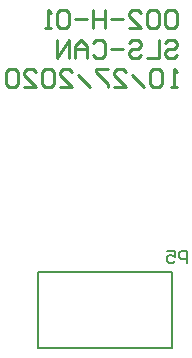
<source format=gbo>
G04*
G04 #@! TF.GenerationSoftware,Altium Limited,Altium Designer,20.0.11 (256)*
G04*
G04 Layer_Color=32896*
%FSLAX25Y25*%
%MOIN*%
G70*
G01*
G75*
%ADD12C,0.01000*%
%ADD13C,0.00787*%
%ADD15C,0.00591*%
D12*
X226316Y107361D02*
X227316Y108360D01*
X229315D01*
X230315Y107361D01*
Y106361D01*
X229315Y105361D01*
X227316D01*
X226316Y104362D01*
Y103362D01*
X227316Y102362D01*
X229315D01*
X230315Y103362D01*
X224317Y108360D02*
Y102362D01*
X220318D01*
X214320Y107361D02*
X215320Y108360D01*
X217319D01*
X218319Y107361D01*
Y106361D01*
X217319Y105361D01*
X215320D01*
X214320Y104362D01*
Y103362D01*
X215320Y102362D01*
X217319D01*
X218319Y103362D01*
X212321Y105361D02*
X208322D01*
X202324Y107361D02*
X203324Y108360D01*
X205323D01*
X206323Y107361D01*
Y103362D01*
X205323Y102362D01*
X203324D01*
X202324Y103362D01*
X200325Y102362D02*
Y106361D01*
X198325Y108360D01*
X196326Y106361D01*
Y102362D01*
Y105361D01*
X200325D01*
X194327Y102362D02*
Y108360D01*
X190328Y102362D01*
Y108360D01*
X230315Y117203D02*
X229315Y118203D01*
X227316D01*
X226316Y117203D01*
Y113204D01*
X227316Y112205D01*
X229315D01*
X230315Y113204D01*
Y117203D01*
X224317D02*
X223317Y118203D01*
X221318D01*
X220318Y117203D01*
Y113204D01*
X221318Y112205D01*
X223317D01*
X224317Y113204D01*
Y117203D01*
X214320Y112205D02*
X218319D01*
X214320Y116203D01*
Y117203D01*
X215320Y118203D01*
X217319D01*
X218319Y117203D01*
X212321Y115204D02*
X208322D01*
X206323Y118203D02*
Y112205D01*
Y115204D01*
X202324D01*
Y118203D01*
Y112205D01*
X200325Y115204D02*
X196326D01*
X194327Y117203D02*
X193327Y118203D01*
X191328D01*
X190328Y117203D01*
Y113204D01*
X191328Y112205D01*
X193327D01*
X194327Y113204D01*
Y117203D01*
X188329Y112205D02*
X186329D01*
X187329D01*
Y118203D01*
X188329Y117203D01*
X230315Y92520D02*
X228316D01*
X229315D01*
Y98518D01*
X230315Y97518D01*
X225317D02*
X224317Y98518D01*
X222318D01*
X221318Y97518D01*
Y93519D01*
X222318Y92520D01*
X224317D01*
X225317Y93519D01*
Y97518D01*
X219319Y92520D02*
X215320Y96518D01*
X209322Y92520D02*
X213320D01*
X209322Y96518D01*
Y97518D01*
X210321Y98518D01*
X212321D01*
X213320Y97518D01*
X207322Y98518D02*
X203324D01*
Y97518D01*
X207322Y93519D01*
Y92520D01*
X201324D02*
X197326Y96518D01*
X191328Y92520D02*
X195326D01*
X191328Y96518D01*
Y97518D01*
X192327Y98518D01*
X194327D01*
X195326Y97518D01*
X189328D02*
X188329Y98518D01*
X186329D01*
X185329Y97518D01*
Y93519D01*
X186329Y92520D01*
X188329D01*
X189328Y93519D01*
Y97518D01*
X179331Y92520D02*
X183330D01*
X179331Y96518D01*
Y97518D01*
X180331Y98518D01*
X182331D01*
X183330Y97518D01*
X177332D02*
X176332Y98518D01*
X174333D01*
X173333Y97518D01*
Y93519D01*
X174333Y92520D01*
X176332D01*
X177332Y93519D01*
Y97518D01*
D13*
X184055Y31024D02*
X228543D01*
X184055Y5512D02*
X228543D01*
X184055D02*
Y31024D01*
X228543Y5512D02*
Y31024D01*
D15*
X233475Y33975D02*
Y37911D01*
X231507D01*
X230851Y37255D01*
Y35943D01*
X231507Y35287D01*
X233475D01*
X226915Y37911D02*
X229539D01*
Y35943D01*
X228227Y36599D01*
X227571D01*
X226915Y35943D01*
Y34631D01*
X227571Y33975D01*
X228883D01*
X229539Y34631D01*
M02*

</source>
